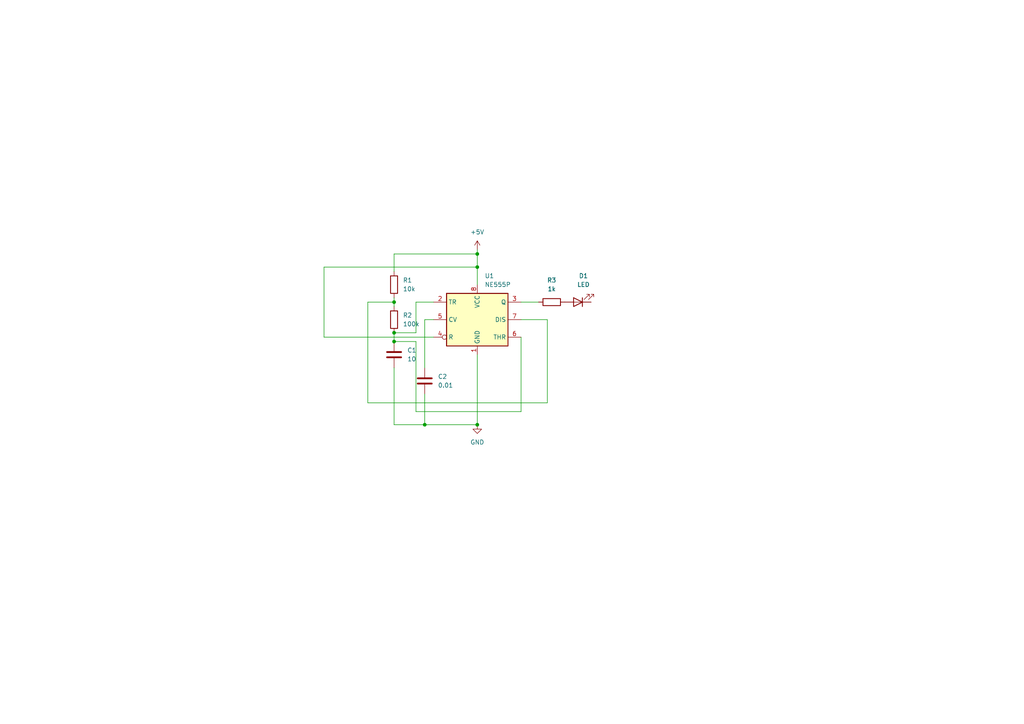
<source format=kicad_sch>
(kicad_sch (version 20250114) (generator "eeschema") (generator_version "9.0")
  (paper "A4")
  (lib_symbols
    (symbol "Device:C" (pin_numbers (hide yes)) (pin_names (offset 0.254))
      (property "Reference" "C" (at 0.635 2.54 0))
      (property "Value" "C" (at 0.635 -2.54 0))
      (symbol "C_0_1"
        (polyline (pts (xy -2.032 0.762) (xy 2.032 0.762)) (stroke (width 0.508)))
        (polyline (pts (xy -2.032 -0.762) (xy 2.032 -0.762)) (stroke (width 0.508)))
      )
      (symbol "C_1_1"
        (pin passive line (at 0 3.81 270) (length 2.794) (name "~") (number "1"))
        (pin passive line (at 0 -3.81 90) (length 2.794) (name "~") (number "2"))
      )
    )
    (symbol "Device:LED" (pin_numbers (hide yes)) (pin_names (offset 1.016) (hide yes))
      (property "Reference" "D" (at 0 2.54 0))
      (property "Value" "LED" (at 0 -2.54 0))
      (symbol "LED_0_1"
        (polyline (pts (xy -3.048 -0.762) (xy -4.572 -2.286) (xy -3.81 -2.286) (xy -4.572 -2.286) (xy -4.572 -1.524)))
        (polyline (pts (xy -1.778 -0.762) (xy -3.302 -2.286) (xy -2.54 -2.286) (xy -3.302 -2.286) (xy -3.302 -1.524)))
        (polyline (pts (xy -1.27 0) (xy 1.27 0)))
        (polyline (pts (xy -1.27 -1.27) (xy -1.27 1.27)) (stroke (width 0.254)))
        (polyline (pts (xy 1.27 -1.27) (xy 1.27 1.27) (xy -1.27 0) (xy 1.27 -1.27)) (stroke (width 0.254)))
      )
      (symbol "LED_1_1"
        (pin passive line (at -3.81 0 0) (length 2.54) (name "K") (number "1"))
        (pin passive line (at 3.81 0 180) (length 2.54) (name "A") (number "2"))
      )
    )
    (symbol "Device:R" (pin_numbers (hide yes)) (pin_names (offset 0))
      (property "Reference" "R" (at 2.032 0 90))
      (property "Value" "R" (at 0 0 90))
      (symbol "R_0_1"
        (rectangle (start -1.016 -2.54) (end 1.016 2.54) (stroke (width 0.254)))
      )
      (symbol "R_1_1"
        (pin passive line (at 0 3.81 270) (length 1.27) (name "~") (number "1"))
        (pin passive line (at 0 -3.81 90) (length 1.27) (name "~") (number "2"))
      )
    )
    (symbol "Timer:NE555P"
      (property "Reference" "U" (at -10.16 8.89 0))
      (property "Value" "NE555P" (at 2.54 8.89 0))
      (symbol "NE555P_0_0"
        (pin power_in line (at 0 10.16 270) (length 2.54) (name "VCC") (number "8"))
        (pin power_in line (at 0 -10.16 90) (length 2.54) (name "GND") (number "1"))
      )
      (symbol "NE555P_0_1"
        (rectangle (start -8.89 -7.62) (end 8.89 7.62) (stroke (width 0.254)) (fill (type background)))
        (rectangle (start -8.89 -7.62) (end 8.89 7.62) (stroke (width 0.254)) (fill (type background)))
      )
      (symbol "NE555P_1_1"
        (pin input line (at -12.7 5.08 0) (length 3.81) (name "TR") (number "2"))
        (pin input line (at -12.7 0 0) (length 3.81) (name "CV") (number "5"))
        (pin input inverted (at -12.7 -5.08 0) (length 3.81) (name "R") (number "4"))
        (pin output line (at 12.7 5.08 180) (length 3.81) (name "Q") (number "3"))
        (pin input line (at 12.7 0 180) (length 3.81) (name "DIS") (number "7"))
        (pin input line (at 12.7 -5.08 180) (length 3.81) (name "THR") (number "6"))
      )
    )
    (symbol "power:+5V" (power) (pin_numbers (hide yes)) (pin_names (offset 0) (hide yes))
      (property "Value" "+5V" (at 0 3.556 0))
      (symbol "+5V_0_1"
        (polyline (pts (xy -0.762 1.27) (xy 0 2.54)))
        (polyline (pts (xy 0 2.54) (xy 0.762 1.27)))
        (polyline (pts (xy 0 0) (xy 0 2.54)))
      )
      (symbol "+5V_1_1"
        (pin power_in line (at 0 0 90) (length 0) (name "~") (number "1"))
      )
    )
    (symbol "power:GND" (power) (pin_numbers (hide yes)) (pin_names (offset 0) (hide yes))
      (property "Value" "GND" (at 0 -3.81 0))
      (symbol "GND_0_1"
        (polyline (pts (xy 0 0) (xy 0 -1.27) (xy 1.27 -1.27) (xy 0 -2.54) (xy -1.27 -1.27) (xy 0 -1.27)))
      )
      (symbol "GND_1_1"
        (pin power_in line (at 0 0 270) (length 0) (name "~") (number "1"))
      )
    )
  )
  (junction (at 123.19 123.19))
  (junction (at 138.43 73.66))
  (junction (at 138.43 77.47))
  (junction (at 114.3 96.52))
  (junction (at 114.3 87.63))
  (junction (at 114.3 99.06))
  (junction (at 138.43 123.19))
  (wire (pts (xy 93.98 77.47) (xy 138.43 77.47)))
  (wire (pts (xy 114.3 96.52) (xy 114.3 99.06)))
  (wire (pts (xy 114.3 123.19) (xy 123.19 123.19)))
  (wire (pts (xy 123.19 92.71) (xy 125.73 92.71)))
  (wire (pts (xy 114.3 86.36) (xy 114.3 87.63)))
  (wire (pts (xy 120.65 119.38) (xy 120.65 99.06)))
  (wire (pts (xy 123.19 106.68) (xy 123.19 92.71)))
  (wire (pts (xy 138.43 73.66) (xy 138.43 77.47)))
  (wire (pts (xy 125.73 97.79) (xy 93.98 97.79)))
  (wire (pts (xy 114.3 87.63) (xy 114.3 88.9)))
  (wire (pts (xy 114.3 106.68) (xy 114.3 123.19)))
  (wire (pts (xy 114.3 78.74) (xy 114.3 73.66)))
  (wire (pts (xy 138.43 77.47) (xy 138.43 82.55)))
  (wire (pts (xy 151.13 92.71) (xy 158.75 92.71)))
  (wire (pts (xy 106.68 87.63) (xy 114.3 87.63)))
  (wire (pts (xy 151.13 119.38) (xy 120.65 119.38)))
  (wire (pts (xy 151.13 87.63) (xy 156.21 87.63)))
  (wire (pts (xy 123.19 114.3) (xy 123.19 123.19)))
  (wire (pts (xy 114.3 73.66) (xy 138.43 73.66)))
  (wire (pts (xy 158.75 116.84) (xy 106.68 116.84)))
  (wire (pts (xy 120.65 96.52) (xy 114.3 96.52)))
  (wire (pts (xy 120.65 87.63) (xy 120.65 96.52)))
  (wire (pts (xy 158.75 92.71) (xy 158.75 116.84)))
  (wire (pts (xy 151.13 97.79) (xy 151.13 119.38)))
  (wire (pts (xy 120.65 99.06) (xy 114.3 99.06)))
  (wire (pts (xy 138.43 102.87) (xy 138.43 123.19)))
  (wire (pts (xy 138.43 72.39) (xy 138.43 73.66)))
  (wire (pts (xy 106.68 116.84) (xy 106.68 87.63)))
  (wire (pts (xy 93.98 97.79) (xy 93.98 77.47)))
  (wire (pts (xy 123.19 123.19) (xy 138.43 123.19)))
  (wire (pts (xy 125.73 87.63) (xy 120.65 87.63)))
  (symbol (lib_id "Device:R") (at 114.3 82.55 0) (unit 1)
    (property "Reference" "R1" (at 116.84 81.2799 0) (effects (justify left)))
    (property "Value" "10k" (at 116.84 83.8199 0) (effects (justify left)))
    (property "Description" "Resistor" (effects (hide yes)))
  )
  (symbol (lib_id "Timer:NE555P") (at 138.43 92.71 0) (unit 1)
    (property "Reference" "U1" (at 140.5733 80.01 0) (effects (justify left)))
    (property "Value" "NE555P" (at 140.5733 82.55 0) (effects (justify left)))
    (property "Footprint" "Package_DIP:DIP-8_W7.62mm" (effects (hide yes)))
    (property "Datasheet" "http://www.ti.com/lit/ds/symlink/ne555.pdf" (effects (hide yes)))
    (property "Description" "Precision Timers, 555 compatible,  PDIP-8" (effects (hide yes)))
  )
  (symbol (lib_id "Device:LED") (at 167.64 87.63 180) (unit 1)
    (property "Reference" "D1" (at 169.2275 80.01 0))
    (property "Value" "LED" (at 169.2275 82.55 0))
    (property "Description" "Light emitting diode" (effects (hide yes)))
    (property "Sim.Pins" "1=K 2=A" (effects (hide yes)))
  )
  (symbol (lib_id "Device:C") (at 123.19 110.49 0) (unit 1)
    (property "Reference" "C2" (at 127 109.2199 0) (effects (justify left)))
    (property "Value" "0.01" (at 127 111.7599 0) (effects (justify left)))
    (property "Description" "Unpolarized capacitor" (effects (hide yes)))
  )
  (symbol (lib_id "Device:R") (at 114.3 92.71 0) (unit 1)
    (property "Reference" "R2" (at 116.84 91.4399 0) (effects (justify left)))
    (property "Value" "100k" (at 116.84 93.9799 0) (effects (justify left)))
    (property "Description" "Resistor" (effects (hide yes)))
  )
  (symbol (lib_id "Device:R") (at 160.02 87.63 90) (unit 1)
    (property "Reference" "R3" (at 160.02 81.28 90))
    (property "Value" "1k" (at 160.02 83.82 90))
    (property "Description" "Resistor" (effects (hide yes)))
  )
  (symbol (lib_id "power:GND") (at 138.43 123.19 0) (unit 1)
    (property "Reference" "#PWR02" (effects (hide yes)))
    (property "Value" "GND" (at 138.43 128.27 0))
    (property "Description" "Power symbol creates a global label with name \"GND\" , ground" (effects (hide yes)))
  )
  (symbol (lib_id "Device:C") (at 114.3 102.87 0) (unit 1)
    (property "Reference" "C1" (at 118.11 101.5999 0) (effects (justify left)))
    (property "Value" "10" (at 118.11 104.1399 0) (effects (justify left)))
    (property "Description" "Unpolarized capacitor" (effects (hide yes)))
  )
  (symbol (lib_id "power:+5V") (at 138.43 72.39 0) (unit 1)
    (property "Reference" "#PWR01" (effects (hide yes)))
    (property "Value" "+5V" (at 138.43 67.31 0))
    (property "Description" "Power symbol creates a global label with name \"+5V\"" (effects (hide yes)))
  )
)
</source>
